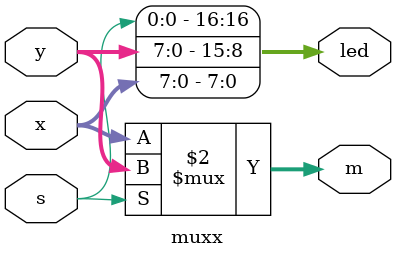
<source format=v>
module muxx(s,x,led,y,m);

   input [7:0]x;
	input [7:0]y;
	input s;
	output [16:0]led;
	output [7:0]m;
	
	assign led[7:0] = x;
	assign led[15:8] = y;
	assign led[16] = s;
	assign m = (s ==1'b1) ? y:x;
endmodule

</source>
